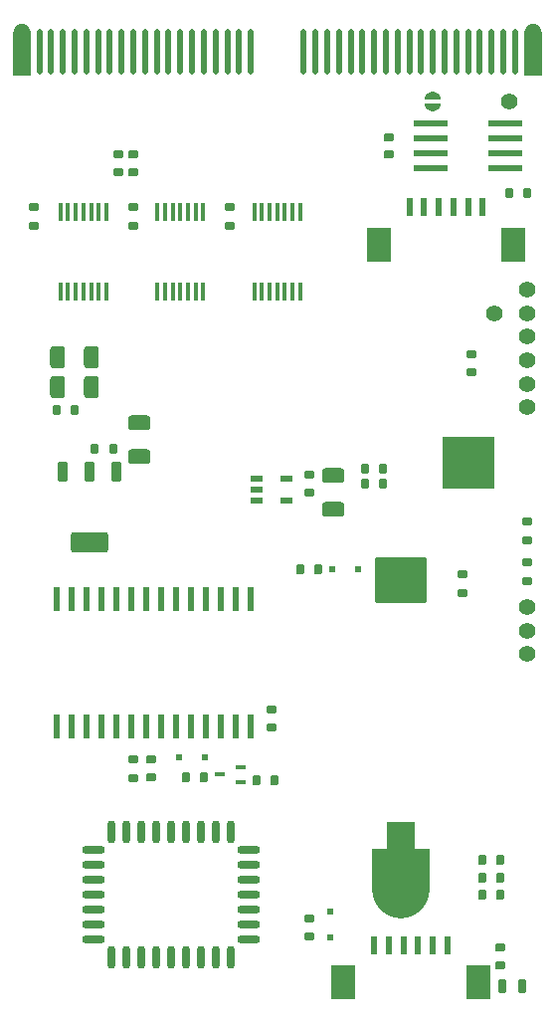
<source format=gbr>
G04 DipTrace 4.3.0.5*
G04 TopPaste.gbr*
%MOIN*%
G04 #@! TF.FileFunction,Paste,Top*
G04 #@! TF.Part,Single*
%AMOUTLINE2*
4,1,28,
-0.04121,0.076772,
0.04121,0.076772,
0.042863,0.076554,
0.044283,0.075966,
0.045502,0.07503,
0.046438,0.07381,
0.047026,0.07239,
0.047244,0.070737,
0.047244,-0.070737,
0.047026,-0.07239,
0.046438,-0.07381,
0.045502,-0.07503,
0.044283,-0.075966,
0.042863,-0.076554,
0.04121,-0.076772,
-0.04121,-0.076772,
-0.042863,-0.076554,
-0.044283,-0.075966,
-0.045502,-0.07503,
-0.046438,-0.07381,
-0.047026,-0.07239,
-0.047244,-0.070737,
-0.047244,0.070737,
-0.047026,0.07239,
-0.046438,0.07381,
-0.045502,0.07503,
-0.044283,0.075966,
-0.042863,0.076554,
-0.04121,0.076772,
0*%
%AMOUTLINE5*
4,1,28,
-0.08058,0.076772,
0.08058,0.076772,
0.082233,0.076554,
0.083653,0.075966,
0.084872,0.07503,
0.085808,0.07381,
0.086397,0.07239,
0.086614,0.070737,
0.086614,-0.070737,
0.086397,-0.07239,
0.085808,-0.07381,
0.084872,-0.07503,
0.083653,-0.075966,
0.082233,-0.076554,
0.08058,-0.076772,
-0.08058,-0.076772,
-0.082233,-0.076554,
-0.083653,-0.075966,
-0.084872,-0.07503,
-0.085808,-0.07381,
-0.086397,-0.07239,
-0.086614,-0.070737,
-0.086614,0.070737,
-0.086397,0.07239,
-0.085808,0.07381,
-0.084872,0.07503,
-0.083653,0.075966,
-0.082233,0.076554,
-0.08058,0.076772,
0*%
%AMOUTLINE8*
4,1,28,
0.016339,0.007351,
0.016339,-0.007351,
0.016134,-0.008902,
0.015585,-0.010228,
0.014712,-0.011366,
0.013574,-0.012239,
0.012249,-0.012788,
0.010698,-0.012992,
-0.010698,-0.012992,
-0.012249,-0.012788,
-0.013574,-0.012239,
-0.014712,-0.011366,
-0.015585,-0.010228,
-0.016134,-0.008902,
-0.016339,-0.007351,
-0.016339,0.007351,
-0.016134,0.008902,
-0.015585,0.010228,
-0.014712,0.011366,
-0.013574,0.012239,
-0.012249,0.012788,
-0.010698,0.012992,
0.010698,0.012992,
0.012249,0.012788,
0.013574,0.012239,
0.014712,0.011366,
0.015585,0.010228,
0.016134,0.008902,
0.016339,0.007351,
0*%
%AMOUTLINE11*
4,1,28,
-0.016339,-0.007351,
-0.016339,0.007351,
-0.016134,0.008902,
-0.015585,0.010228,
-0.014712,0.011366,
-0.013574,0.012239,
-0.012249,0.012788,
-0.010698,0.012992,
0.010698,0.012992,
0.012249,0.012788,
0.013574,0.012239,
0.014712,0.011366,
0.015585,0.010228,
0.016134,0.008902,
0.016339,0.007351,
0.016339,-0.007351,
0.016134,-0.008902,
0.015585,-0.010228,
0.014712,-0.011366,
0.013574,-0.012239,
0.012249,-0.012788,
0.010698,-0.012992,
-0.010698,-0.012992,
-0.012249,-0.012788,
-0.013574,-0.012239,
-0.014712,-0.011366,
-0.015585,-0.010228,
-0.016134,-0.008902,
-0.016339,-0.007351,
0*%
%AMOUTLINE14*
4,1,28,
0.016997,-0.03563,
-0.016997,-0.03563,
-0.01916,-0.035345,
-0.021054,-0.03456,
-0.022682,-0.033312,
-0.02393,-0.031684,
-0.024715,-0.029789,
-0.025,-0.027627,
-0.025,0.027627,
-0.024715,0.029789,
-0.02393,0.031684,
-0.022682,0.033312,
-0.021054,0.03456,
-0.01916,0.035345,
-0.016997,0.03563,
0.016997,0.03563,
0.01916,0.035345,
0.021054,0.03456,
0.022682,0.033312,
0.02393,0.031684,
0.024715,0.029789,
0.025,0.027627,
0.025,-0.027627,
0.024715,-0.029789,
0.02393,-0.031684,
0.022682,-0.033312,
0.021054,-0.03456,
0.01916,-0.035345,
0.016997,-0.03563,
0*%
%AMOUTLINE17*
4,1,28,
-0.016997,0.03563,
0.016997,0.03563,
0.01916,0.035345,
0.021054,0.03456,
0.022682,0.033312,
0.02393,0.031684,
0.024715,0.029789,
0.025,0.027627,
0.025,-0.027627,
0.024715,-0.029789,
0.02393,-0.031684,
0.022682,-0.033312,
0.021054,-0.03456,
0.01916,-0.035345,
0.016997,-0.03563,
-0.016997,-0.03563,
-0.01916,-0.035345,
-0.021054,-0.03456,
-0.022682,-0.033312,
-0.02393,-0.031684,
-0.024715,-0.029789,
-0.025,-0.027627,
-0.025,0.027627,
-0.024715,0.029789,
-0.02393,0.031684,
-0.022682,0.033312,
-0.021054,0.03456,
-0.01916,0.035345,
-0.016997,0.03563,
0*%
%AMOUTLINE20*
4,1,28,
0.007351,-0.016339,
-0.007351,-0.016339,
-0.008902,-0.016134,
-0.010228,-0.015585,
-0.011366,-0.014712,
-0.012239,-0.013574,
-0.012788,-0.012249,
-0.012992,-0.010698,
-0.012992,0.010698,
-0.012788,0.012249,
-0.012239,0.013574,
-0.011366,0.014712,
-0.010228,0.015585,
-0.008902,0.016134,
-0.007351,0.016339,
0.007351,0.016339,
0.008902,0.016134,
0.010228,0.015585,
0.011366,0.014712,
0.012239,0.013574,
0.012788,0.012249,
0.012992,0.010698,
0.012992,-0.010698,
0.012788,-0.012249,
0.012239,-0.013574,
0.011366,-0.014712,
0.010228,-0.015585,
0.008902,-0.016134,
0.007351,-0.016339,
0*%
%AMOUTLINE23*
4,1,28,
-0.007351,0.016339,
0.007351,0.016339,
0.008902,0.016134,
0.010228,0.015585,
0.011366,0.014712,
0.012239,0.013574,
0.012788,0.012249,
0.012992,0.010698,
0.012992,-0.010698,
0.012788,-0.012249,
0.012239,-0.013574,
0.011366,-0.014712,
0.010228,-0.015585,
0.008902,-0.016134,
0.007351,-0.016339,
-0.007351,-0.016339,
-0.008902,-0.016134,
-0.010228,-0.015585,
-0.011366,-0.014712,
-0.012239,-0.013574,
-0.012788,-0.012249,
-0.012992,-0.010698,
-0.012992,0.010698,
-0.012788,0.012249,
-0.012239,0.013574,
-0.011366,0.014712,
-0.010228,0.015585,
-0.008902,0.016134,
-0.007351,0.016339,
0*%
%AMOUTLINE26*
4,1,28,
0.035629,0.016998,
0.03563,-0.016996,
0.035346,-0.019159,
0.034561,-0.021054,
0.033312,-0.022681,
0.031685,-0.02393,
0.02979,-0.024715,
0.027628,-0.024999,
-0.027626,-0.025001,
-0.029789,-0.024716,
-0.031684,-0.023931,
-0.033311,-0.022683,
-0.03456,-0.021055,
-0.035345,-0.01916,
-0.035629,-0.016998,
-0.03563,0.016996,
-0.035346,0.019159,
-0.034561,0.021054,
-0.033312,0.022681,
-0.031685,0.02393,
-0.02979,0.024715,
-0.027628,0.024999,
0.027626,0.025001,
0.029789,0.024716,
0.031684,0.023931,
0.033311,0.022683,
0.03456,0.021055,
0.035345,0.01916,
0.035629,0.016998,
0*%
%AMOUTLINE29*
4,1,28,
-0.035629,-0.016998,
-0.03563,0.016996,
-0.035346,0.019159,
-0.034561,0.021054,
-0.033312,0.022681,
-0.031685,0.02393,
-0.02979,0.024715,
-0.027628,0.024999,
0.027626,0.025001,
0.029789,0.024716,
0.031684,0.023931,
0.033311,0.022683,
0.03456,0.021055,
0.035345,0.01916,
0.035629,0.016998,
0.03563,-0.016996,
0.035346,-0.019159,
0.034561,-0.021054,
0.033312,-0.022681,
0.031685,-0.02393,
0.02979,-0.024715,
0.027628,-0.024999,
-0.027626,-0.025001,
-0.029789,-0.024716,
-0.031684,-0.023931,
-0.033311,-0.022683,
-0.03456,-0.021055,
-0.035345,-0.01916,
-0.035629,-0.016998,
0*%
%AMOUTLINE32*
4,1,28,
0.009843,0.005776,
0.009843,-0.005776,
0.009692,-0.00692,
0.0093,-0.007866,
0.008677,-0.008677,
0.007866,-0.0093,
0.00692,-0.009692,
0.005776,-0.009843,
-0.005776,-0.009843,
-0.00692,-0.009692,
-0.007866,-0.0093,
-0.008677,-0.008677,
-0.0093,-0.007866,
-0.009692,-0.00692,
-0.009843,-0.005776,
-0.009843,0.005776,
-0.009692,0.00692,
-0.0093,0.007866,
-0.008677,0.008677,
-0.007866,0.0093,
-0.00692,0.009692,
-0.005776,0.009843,
0.005776,0.009843,
0.00692,0.009692,
0.007866,0.0093,
0.008677,0.008677,
0.0093,0.007866,
0.009692,0.00692,
0.009843,0.005776,
0*%
%AMOUTLINE35*
4,1,28,
-0.009843,-0.005776,
-0.009843,0.005776,
-0.009692,0.00692,
-0.0093,0.007866,
-0.008677,0.008677,
-0.007866,0.0093,
-0.00692,0.009692,
-0.005776,0.009843,
0.005776,0.009843,
0.00692,0.009692,
0.007866,0.0093,
0.008677,0.008677,
0.0093,0.007866,
0.009692,0.00692,
0.009843,0.005776,
0.009843,-0.005776,
0.009692,-0.00692,
0.0093,-0.007866,
0.008677,-0.008677,
0.007866,-0.0093,
0.00692,-0.009692,
0.005776,-0.009843,
-0.005776,-0.009843,
-0.00692,-0.009692,
-0.007866,-0.0093,
-0.008677,-0.008677,
-0.0093,-0.007866,
-0.009692,-0.00692,
-0.009843,-0.005776,
0*%
%AMOUTLINE38*
4,1,28,
-0.005777,0.009842,
0.005776,0.009843,
0.00692,0.009692,
0.007865,0.009301,
0.008677,0.008678,
0.0093,0.007866,
0.009692,0.00692,
0.009842,0.005777,
0.009843,-0.005776,
0.009692,-0.00692,
0.009301,-0.007865,
0.008678,-0.008677,
0.007866,-0.0093,
0.00692,-0.009692,
0.005777,-0.009842,
-0.005776,-0.009843,
-0.00692,-0.009692,
-0.007865,-0.009301,
-0.008677,-0.008678,
-0.0093,-0.007866,
-0.009692,-0.00692,
-0.009842,-0.005777,
-0.009843,0.005776,
-0.009692,0.00692,
-0.009301,0.007865,
-0.008678,0.008677,
-0.007866,0.0093,
-0.00692,0.009692,
-0.005777,0.009842,
0*%
%AMOUTLINE41*
4,1,28,
0.005777,-0.009842,
-0.005776,-0.009843,
-0.00692,-0.009692,
-0.007865,-0.009301,
-0.008677,-0.008678,
-0.0093,-0.007866,
-0.009692,-0.00692,
-0.009842,-0.005777,
-0.009843,0.005776,
-0.009692,0.00692,
-0.009301,0.007865,
-0.008678,0.008677,
-0.007866,0.0093,
-0.00692,0.009692,
-0.005777,0.009842,
0.005776,0.009843,
0.00692,0.009692,
0.007865,0.009301,
0.008677,0.008678,
0.0093,0.007866,
0.009692,0.00692,
0.009842,0.005777,
0.009843,-0.005776,
0.009692,-0.00692,
0.009301,-0.007865,
0.008678,-0.008677,
0.007866,-0.0093,
0.00692,-0.009692,
0.005777,-0.009842,
0*%
%AMOUTLINE44*
4,1,28,
0.007352,-0.023228,
-0.007351,-0.023229,
-0.008902,-0.023024,
-0.010227,-0.022475,
-0.011365,-0.021602,
-0.012239,-0.020464,
-0.012787,-0.019139,
-0.012992,-0.017588,
-0.012993,0.017587,
-0.012788,0.019138,
-0.012239,0.020464,
-0.011366,0.021602,
-0.010228,0.022475,
-0.008903,0.023024,
-0.007352,0.023228,
0.007351,0.023229,
0.008902,0.023024,
0.010227,0.022475,
0.011365,0.021602,
0.012239,0.020464,
0.012787,0.019139,
0.012992,0.017588,
0.012993,-0.017587,
0.012788,-0.019138,
0.012239,-0.020464,
0.011366,-0.021602,
0.010228,-0.022475,
0.008903,-0.023024,
0.007352,-0.023228,
0*%
%AMOUTLINE47*
4,1,28,
-0.007352,0.023228,
0.007351,0.023229,
0.008902,0.023024,
0.010227,0.022475,
0.011365,0.021602,
0.012239,0.020464,
0.012787,0.019139,
0.012992,0.017588,
0.012993,-0.017587,
0.012788,-0.019138,
0.012239,-0.020464,
0.011366,-0.021602,
0.010228,-0.022475,
0.008903,-0.023024,
0.007352,-0.023228,
-0.007351,-0.023229,
-0.008902,-0.023024,
-0.010227,-0.022475,
-0.011365,-0.021602,
-0.012239,-0.020464,
-0.012787,-0.019139,
-0.012992,-0.017588,
-0.012993,0.017587,
-0.012788,0.019138,
-0.012239,0.020464,
-0.011366,0.021602,
-0.010228,0.022475,
-0.008903,0.023024,
-0.007352,0.023228,
0*%
%AMOUTLINE50*
4,1,15,
0.028543,-0.086614,
-0.028543,-0.086614,
-0.028543,0.057942,
-0.027554,0.065454,
-0.024705,0.072334,
-0.020171,0.078242,
-0.014263,0.082775,
-0.007383,0.085625,
0.0,0.086597,
0.007383,0.085625,
0.014263,0.082775,
0.020171,0.078242,
0.024705,0.072334,
0.027554,0.065454,
0.028543,0.057942,
0.028543,-0.086614,
0*%
%AMOUTLINE53*
4,1,28,
-0.03563,-0.006564,
-0.03563,0.006564,
-0.035439,0.008013,
-0.03493,0.009243,
-0.034119,0.0103,
-0.033062,0.011111,
-0.031832,0.01162,
-0.030383,0.011811,
0.030383,0.011811,
0.031832,0.01162,
0.033062,0.011111,
0.034119,0.0103,
0.03493,0.009243,
0.035439,0.008013,
0.03563,0.006564,
0.03563,-0.006564,
0.035439,-0.008013,
0.03493,-0.009243,
0.034119,-0.0103,
0.033062,-0.011111,
0.031832,-0.01162,
0.030383,-0.011811,
-0.030383,-0.011811,
-0.031832,-0.01162,
-0.033062,-0.011111,
-0.034119,-0.0103,
-0.03493,-0.009243,
-0.035439,-0.008013,
-0.03563,-0.006564,
0*%
%AMOUTLINE56*
4,1,28,
0.006564,-0.03563,
-0.006564,-0.03563,
-0.008013,-0.035439,
-0.009243,-0.03493,
-0.0103,-0.034119,
-0.011111,-0.033062,
-0.01162,-0.031832,
-0.011811,-0.030383,
-0.011811,0.030383,
-0.01162,0.031832,
-0.011111,0.033062,
-0.0103,0.034119,
-0.009243,0.03493,
-0.008013,0.035439,
-0.006564,0.03563,
0.006564,0.03563,
0.008013,0.035439,
0.009243,0.03493,
0.0103,0.034119,
0.011111,0.033062,
0.01162,0.031832,
0.011811,0.030383,
0.011811,-0.030383,
0.01162,-0.031832,
0.011111,-0.033062,
0.0103,-0.034119,
0.009243,-0.03493,
0.008013,-0.035439,
0.006564,-0.03563,
0*%
%AMOUTLINE59*
4,1,28,
0.03563,0.006564,
0.03563,-0.006564,
0.035439,-0.008013,
0.03493,-0.009243,
0.034119,-0.0103,
0.033062,-0.011111,
0.031832,-0.01162,
0.030383,-0.011811,
-0.030383,-0.011811,
-0.031832,-0.01162,
-0.033062,-0.011111,
-0.034119,-0.0103,
-0.03493,-0.009243,
-0.035439,-0.008013,
-0.03563,-0.006564,
-0.03563,0.006564,
-0.035439,0.008013,
-0.03493,0.009243,
-0.034119,0.0103,
-0.033062,0.011111,
-0.031832,0.01162,
-0.030383,0.011811,
0.030383,0.011811,
0.031832,0.01162,
0.033062,0.011111,
0.034119,0.0103,
0.03493,0.009243,
0.035439,0.008013,
0.03563,0.006564,
0*%
%AMOUTLINE62*
4,1,28,
-0.006564,0.03563,
0.006564,0.03563,
0.008013,0.035439,
0.009243,0.03493,
0.0103,0.034119,
0.011111,0.033062,
0.01162,0.031832,
0.011811,0.030383,
0.011811,-0.030383,
0.01162,-0.031832,
0.011111,-0.033062,
0.0103,-0.034119,
0.009243,-0.03493,
0.008013,-0.035439,
0.006564,-0.03563,
-0.006564,-0.03563,
-0.008013,-0.035439,
-0.009243,-0.03493,
-0.0103,-0.034119,
-0.011111,-0.033062,
-0.01162,-0.031832,
-0.011811,-0.030383,
-0.011811,0.030383,
-0.01162,0.031832,
-0.011111,0.033062,
-0.0103,0.034119,
-0.009243,0.03493,
-0.008013,0.035439,
-0.006564,0.03563,
0*%
%AMOUTLINE65*
4,1,13,
0.027283,-0.012795,
-0.027283,-0.012795,
-0.026604,-0.007635,
-0.023852,-0.000993,
-0.019475,0.004711,
-0.013771,0.009088,
-0.007128,0.01184,
0.0,0.012778,
0.007128,0.01184,
0.013771,0.009088,
0.019475,0.004711,
0.023852,-0.000993,
0.026604,-0.007635,
0.027283,-0.012795,
0*%
%AMOUTLINE68*
4,1,15,
-0.096457,0.116142,
0.096457,0.116142,
0.096457,-0.019556,
0.093154,-0.044645,
0.083519,-0.067905,
0.068193,-0.087878,
0.04822,-0.103204,
0.02496,-0.112839,
0.0,-0.116125,
-0.02496,-0.112839,
-0.04822,-0.103204,
-0.068193,-0.087878,
-0.083519,-0.067905,
-0.093154,-0.044645,
-0.096457,-0.019556,
-0.096457,0.116142,
0*%
%AMOUTLINE71*
4,1,13,
-0.027283,0.012795,
0.027283,0.012795,
0.026604,0.007635,
0.023852,0.000993,
0.019475,-0.004711,
0.013771,-0.009088,
0.007128,-0.01184,
0.0,-0.012778,
-0.007128,-0.01184,
-0.013771,-0.009088,
-0.019475,-0.004711,
-0.023852,0.000993,
-0.026604,0.007635,
-0.027283,0.012795,
0*%
%AMOUTLINE74*
4,1,28,
-0.015551,-0.004792,
-0.015551,0.004792,
-0.015441,0.00563,
-0.015167,0.006291,
-0.014732,0.006858,
-0.014165,0.007293,
-0.013504,0.007567,
-0.012666,0.007677,
0.012666,0.007677,
0.013504,0.007567,
0.014165,0.007293,
0.014732,0.006858,
0.015167,0.006291,
0.015441,0.00563,
0.015551,0.004792,
0.015551,-0.004792,
0.015441,-0.00563,
0.015167,-0.006291,
0.014732,-0.006858,
0.014165,-0.007293,
0.013504,-0.007567,
0.012666,-0.007677,
-0.012666,-0.007677,
-0.013504,-0.007567,
-0.014165,-0.007293,
-0.014732,-0.006858,
-0.015167,-0.006291,
-0.015441,-0.00563,
-0.015551,-0.004792,
0*%
%AMOUTLINE77*
4,1,28,
0.015551,0.004792,
0.015551,-0.004792,
0.015441,-0.00563,
0.015167,-0.006291,
0.014732,-0.006858,
0.014165,-0.007293,
0.013504,-0.007567,
0.012666,-0.007677,
-0.012666,-0.007677,
-0.013504,-0.007567,
-0.014165,-0.007293,
-0.014732,-0.006858,
-0.015167,-0.006291,
-0.015441,-0.00563,
-0.015551,-0.004792,
-0.015551,0.004792,
-0.015441,0.00563,
-0.015167,0.006291,
-0.014732,0.006858,
-0.014165,0.007293,
-0.013504,0.007567,
-0.012666,0.007677,
0.012666,0.007677,
0.013504,0.007567,
0.014165,0.007293,
0.014732,0.006858,
0.015167,0.006291,
0.015441,0.00563,
0.015551,0.004792,
0*%
%AMOUTLINE80*
4,1,28,
0.007745,-0.016338,
-0.007745,-0.016339,
-0.0095,-0.016108,
-0.011015,-0.01548,
-0.012316,-0.014482,
-0.013314,-0.013181,
-0.013942,-0.011666,
-0.014173,-0.009911,
-0.014173,0.00991,
-0.013942,0.011665,
-0.013315,0.01318,
-0.012317,0.014481,
-0.011015,0.01548,
-0.0095,0.016107,
-0.007745,0.016338,
0.007745,0.016339,
0.0095,0.016108,
0.011015,0.01548,
0.012316,0.014482,
0.013314,0.013181,
0.013942,0.011666,
0.014173,0.009911,
0.014173,-0.00991,
0.013942,-0.011665,
0.013315,-0.01318,
0.012317,-0.014481,
0.011015,-0.01548,
0.0095,-0.016107,
0.007745,-0.016338,
0*%
%AMOUTLINE83*
4,1,28,
-0.007745,0.016338,
0.007745,0.016339,
0.0095,0.016108,
0.011015,0.01548,
0.012316,0.014482,
0.013314,0.013181,
0.013942,0.011666,
0.014173,0.009911,
0.014173,-0.00991,
0.013942,-0.011665,
0.013315,-0.01318,
0.012317,-0.014481,
0.011015,-0.01548,
0.0095,-0.016107,
0.007745,-0.016338,
-0.007745,-0.016339,
-0.0095,-0.016108,
-0.011015,-0.01548,
-0.012316,-0.014482,
-0.013314,-0.013181,
-0.013942,-0.011666,
-0.014173,-0.009911,
-0.014173,0.00991,
-0.013942,0.011665,
-0.013315,0.01318,
-0.012317,0.014481,
-0.011015,0.01548,
-0.0095,0.016107,
-0.007745,0.016338,
0*%
%AMOUTLINE86*
4,1,28,
0.016338,0.007746,
0.016339,-0.007744,
0.016108,-0.009499,
0.01548,-0.011014,
0.014482,-0.012316,
0.013181,-0.013314,
0.011666,-0.013942,
0.009911,-0.014173,
-0.00991,-0.014174,
-0.011665,-0.013943,
-0.01318,-0.013315,
-0.014481,-0.012317,
-0.015479,-0.011016,
-0.016107,-0.009501,
-0.016338,-0.007746,
-0.016339,0.007744,
-0.016108,0.009499,
-0.01548,0.011014,
-0.014482,0.012316,
-0.013181,0.013314,
-0.011666,0.013942,
-0.009911,0.014173,
0.00991,0.014174,
0.011665,0.013943,
0.01318,0.013315,
0.014481,0.012317,
0.015479,0.011016,
0.016107,0.009501,
0.016338,0.007746,
0*%
%AMOUTLINE89*
4,1,28,
-0.016338,-0.007746,
-0.016339,0.007744,
-0.016108,0.009499,
-0.01548,0.011014,
-0.014482,0.012316,
-0.013181,0.013314,
-0.011666,0.013942,
-0.009911,0.014173,
0.00991,0.014174,
0.011665,0.013943,
0.01318,0.013315,
0.014481,0.012317,
0.015479,0.011016,
0.016107,0.009501,
0.016338,0.007746,
0.016339,-0.007744,
0.016108,-0.009499,
0.01548,-0.011014,
0.014482,-0.012316,
0.013181,-0.013314,
0.011666,-0.013942,
0.009911,-0.014173,
-0.00991,-0.014174,
-0.011665,-0.013943,
-0.01318,-0.013315,
-0.014481,-0.012317,
-0.015479,-0.011016,
-0.016107,-0.009501,
-0.016338,-0.007746,
0*%
%AMOUTLINE92*
4,1,28,
0.00617,-0.040748,
-0.00617,-0.040748,
-0.007518,-0.040571,
-0.008653,-0.0401,
-0.009628,-0.039352,
-0.010376,-0.038377,
-0.010846,-0.037242,
-0.011024,-0.035895,
-0.011024,0.035895,
-0.010846,0.037242,
-0.010376,0.038377,
-0.009628,0.039352,
-0.008653,0.0401,
-0.007518,0.040571,
-0.00617,0.040748,
0.00617,0.040748,
0.007518,0.040571,
0.008653,0.0401,
0.009628,0.039352,
0.010376,0.038377,
0.010846,0.037242,
0.011024,0.035895,
0.011024,-0.035895,
0.010846,-0.037242,
0.010376,-0.038377,
0.009628,-0.039352,
0.008653,-0.0401,
0.007518,-0.040571,
0.00617,-0.040748,
0*%
%AMOUTLINE95*
4,1,28,
-0.00617,0.040748,
0.00617,0.040748,
0.007518,0.040571,
0.008653,0.0401,
0.009628,0.039352,
0.010376,0.038377,
0.010846,0.037242,
0.011024,0.035895,
0.011024,-0.035895,
0.010846,-0.037242,
0.010376,-0.038377,
0.009628,-0.039352,
0.008653,-0.0401,
0.007518,-0.040571,
0.00617,-0.040748,
-0.00617,-0.040748,
-0.007518,-0.040571,
-0.008653,-0.0401,
-0.009628,-0.039352,
-0.010376,-0.038377,
-0.010846,-0.037242,
-0.011024,-0.035895,
-0.011024,0.035895,
-0.010846,0.037242,
-0.010376,0.038377,
-0.009628,0.039352,
-0.008653,0.0401,
-0.007518,0.040571,
-0.00617,0.040748,
0*%
%AMOUTLINE98*
4,1,28,
0.009517,-0.033661,
-0.009517,-0.033661,
-0.011679,-0.033377,
-0.013574,-0.032592,
-0.015201,-0.031343,
-0.01645,-0.029716,
-0.017235,-0.027821,
-0.01752,-0.025658,
-0.01752,0.025658,
-0.017235,0.027821,
-0.01645,0.029716,
-0.015201,0.031343,
-0.013574,0.032592,
-0.011679,0.033377,
-0.009517,0.033661,
0.009517,0.033661,
0.011679,0.033377,
0.013574,0.032592,
0.015201,0.031343,
0.01645,0.029716,
0.017235,0.027821,
0.01752,0.025658,
0.01752,-0.025658,
0.017235,-0.027821,
0.01645,-0.029716,
0.015201,-0.031343,
0.013574,-0.032592,
0.011679,-0.033377,
0.009517,-0.033661,
0*%
%AMOUTLINE101*
4,1,28,
-0.054005,0.033661,
0.054005,0.033661,
0.056167,0.033377,
0.058062,0.032592,
0.05969,0.031343,
0.060938,0.029716,
0.061723,0.027821,
0.062008,0.025658,
0.062008,-0.025658,
0.061723,-0.027821,
0.060938,-0.029716,
0.05969,-0.031343,
0.058062,-0.032592,
0.056167,-0.033377,
0.054005,-0.033661,
-0.054005,-0.033661,
-0.056167,-0.033377,
-0.058062,-0.032592,
-0.05969,-0.031343,
-0.060938,-0.029716,
-0.061723,-0.027821,
-0.062008,-0.025658,
-0.062008,0.025658,
-0.061723,0.027821,
-0.060938,0.029716,
-0.05969,0.031343,
-0.058062,0.032592,
-0.056167,0.033377,
-0.054005,0.033661,
0*%
%AMOUTLINE104*
4,1,28,
0.020472,0.005776,
0.020472,-0.005776,
0.020322,-0.00692,
0.01993,-0.007866,
0.019307,-0.008677,
0.018495,-0.0093,
0.01755,-0.009692,
0.016406,-0.009843,
-0.016406,-0.009843,
-0.01755,-0.009692,
-0.018495,-0.0093,
-0.019307,-0.008677,
-0.01993,-0.007866,
-0.020322,-0.00692,
-0.020472,-0.005776,
-0.020472,0.005776,
-0.020322,0.00692,
-0.01993,0.007866,
-0.019307,0.008677,
-0.018495,0.0093,
-0.01755,0.009692,
-0.016406,0.009843,
0.016406,0.009843,
0.01755,0.009692,
0.018495,0.0093,
0.019307,0.008677,
0.01993,0.007866,
0.020322,0.00692,
0.020472,0.005776,
0*%
%AMOUTLINE107*
4,1,28,
-0.020472,-0.005776,
-0.020472,0.005776,
-0.020322,0.00692,
-0.01993,0.007866,
-0.019307,0.008677,
-0.018495,0.0093,
-0.01755,0.009692,
-0.016406,0.009843,
0.016406,0.009843,
0.01755,0.009692,
0.018495,0.0093,
0.019307,0.008677,
0.01993,0.007866,
0.020322,0.00692,
0.020472,0.005776,
0.020472,-0.005776,
0.020322,-0.00692,
0.01993,-0.007866,
0.019307,-0.008677,
0.018495,-0.0093,
0.01755,-0.009692,
0.016406,-0.009843,
-0.016406,-0.009843,
-0.01755,-0.009692,
-0.018495,-0.0093,
-0.019307,-0.008677,
-0.01993,-0.007866,
-0.020322,-0.00692,
-0.020472,-0.005776,
0*%
%AMOUTLINE110*
4,1,28,
0.004202,-0.029134,
-0.004202,-0.029134,
-0.00504,-0.029024,
-0.0057,-0.02875,
-0.006267,-0.028315,
-0.006703,-0.027747,
-0.006976,-0.027087,
-0.007087,-0.026249,
-0.007087,0.026249,
-0.006976,0.027087,
-0.006703,0.027747,
-0.006267,0.028315,
-0.0057,0.02875,
-0.00504,0.029024,
-0.004202,0.029134,
0.004202,0.029134,
0.00504,0.029024,
0.0057,0.02875,
0.006267,0.028315,
0.006703,0.027747,
0.006976,0.027087,
0.007087,0.026249,
0.007087,-0.026249,
0.006976,-0.027087,
0.006703,-0.027747,
0.006267,-0.028315,
0.0057,-0.02875,
0.00504,-0.029024,
0.004202,-0.029134,
0*%
%AMOUTLINE113*
4,1,28,
-0.004202,0.029134,
0.004202,0.029134,
0.00504,0.029024,
0.0057,0.02875,
0.006267,0.028315,
0.006703,0.027747,
0.006976,0.027087,
0.007087,0.026249,
0.007087,-0.026249,
0.006976,-0.027087,
0.006703,-0.027747,
0.006267,-0.028315,
0.0057,-0.02875,
0.00504,-0.029024,
0.004202,-0.029134,
-0.004202,-0.029134,
-0.00504,-0.029024,
-0.0057,-0.02875,
-0.006267,-0.028315,
-0.006703,-0.027747,
-0.006976,-0.027087,
-0.007087,-0.026249,
-0.007087,0.026249,
-0.006976,0.027087,
-0.006703,0.027747,
-0.006267,0.028315,
-0.0057,0.02875,
-0.00504,0.029024,
-0.004202,0.029134,
0*%
%AMOUTLINE116*
4,1,28,
0.057086,0.005778,
0.057087,-0.005775,
0.056936,-0.006919,
0.056545,-0.007864,
0.055922,-0.008676,
0.05511,-0.009299,
0.054164,-0.009691,
0.053021,-0.009841,
-0.05302,-0.009844,
-0.054164,-0.009693,
-0.055109,-0.009302,
-0.055921,-0.008679,
-0.056544,-0.007867,
-0.056936,-0.006921,
-0.057086,-0.005778,
-0.057087,0.005775,
-0.056936,0.006919,
-0.056545,0.007864,
-0.055922,0.008676,
-0.05511,0.009299,
-0.054164,0.009691,
-0.053021,0.009841,
0.05302,0.009844,
0.054164,0.009693,
0.055109,0.009302,
0.055921,0.008679,
0.056544,0.007867,
0.056936,0.006921,
0.057086,0.005778,
0*%
%AMOUTLINE119*
4,1,28,
-0.057086,-0.005778,
-0.057087,0.005775,
-0.056936,0.006919,
-0.056545,0.007864,
-0.055922,0.008676,
-0.05511,0.009299,
-0.054164,0.009691,
-0.053021,0.009841,
0.05302,0.009844,
0.054164,0.009693,
0.055109,0.009302,
0.055921,0.008679,
0.056544,0.007867,
0.056936,0.006921,
0.057086,0.005778,
0.057087,-0.005775,
0.056936,-0.006919,
0.056545,-0.007864,
0.055922,-0.008676,
0.05511,-0.009299,
0.054164,-0.009691,
0.053021,-0.009841,
-0.05302,-0.009844,
-0.054164,-0.009693,
-0.055109,-0.009302,
-0.055921,-0.008679,
-0.056544,-0.007867,
-0.056936,-0.006921,
-0.057086,-0.005778,
0*%
%ADD31R,0.173228X0.173228*%
%ADD33R,0.003937X0.059055*%
%ADD35R,0.059055X0.003937*%
%ADD37C,0.055118*%
%ADD39R,0.07874X0.114173*%
%ADD41R,0.019685X0.062992*%
%ADD43O,0.017717X0.153543*%
%ADD53OUTLINE2*%
%ADD56OUTLINE5*%
%ADD59OUTLINE8*%
%ADD62OUTLINE11*%
%ADD65OUTLINE14*%
%ADD68OUTLINE17*%
%ADD71OUTLINE20*%
%ADD74OUTLINE23*%
%ADD77OUTLINE26*%
%ADD80OUTLINE29*%
%ADD83OUTLINE32*%
%ADD86OUTLINE35*%
%ADD89OUTLINE38*%
%ADD92OUTLINE41*%
%ADD95OUTLINE44*%
%ADD98OUTLINE47*%
%ADD101OUTLINE50*%
%ADD104OUTLINE53*%
%ADD107OUTLINE56*%
%ADD110OUTLINE59*%
%ADD113OUTLINE62*%
%ADD116OUTLINE65*%
%ADD119OUTLINE68*%
%ADD122OUTLINE71*%
%ADD125OUTLINE74*%
%ADD128OUTLINE77*%
%ADD131OUTLINE80*%
%ADD134OUTLINE83*%
%ADD137OUTLINE86*%
%ADD140OUTLINE89*%
%ADD143OUTLINE92*%
%ADD146OUTLINE95*%
%ADD149OUTLINE98*%
%ADD152OUTLINE101*%
%ADD155OUTLINE104*%
%ADD158OUTLINE107*%
%ADD161OUTLINE110*%
%ADD164OUTLINE113*%
%ADD167OUTLINE116*%
%ADD170OUTLINE119*%
%FSLAX26Y26*%
G04*
G70*
G90*
G75*
G01*
G04 TopPaste*
%LPD*%
D53*
X1870079Y1279528D3*
D56*
Y2165354D3*
D59*
X1437008Y1733661D3*
D62*
Y1671850D3*
D65*
X833661Y2814961D3*
D68*
X721457D3*
D65*
X833661Y2913386D3*
D68*
X721457D3*
D71*
X778937Y2736220D3*
D74*
X717126D3*
D77*
X994093Y2693898D3*
D80*
X994096Y2581693D3*
D71*
X906890Y2608268D3*
D74*
X845079D3*
D80*
X1643701Y2404528D3*
D77*
Y2516732D3*
D62*
X1564961Y2459252D3*
D59*
Y2521063D3*
D62*
X2293308Y2163976D3*
D59*
X2293307Y2225787D3*
D74*
X1750591Y2490157D3*
D71*
X1812402D3*
D62*
X2293308Y2301772D3*
D59*
X2293307Y2363583D3*
D74*
X1750591Y2539370D3*
D71*
X1812402D3*
D62*
X2076772Y2124606D3*
D59*
Y2186417D3*
X2106299Y2924606D3*
D62*
Y2862795D3*
X1299213Y3354921D3*
D59*
Y3416732D3*
D62*
X974409Y3354921D3*
D59*
Y3416732D3*
D62*
X639764Y3354921D3*
D59*
Y3416732D3*
D74*
X2232874Y3464566D3*
D71*
X2294685Y3464568D3*
D59*
X1564961Y1034843D3*
D62*
Y973031D3*
X925197Y3532087D3*
D59*
X925196Y3593898D3*
D62*
X974410Y1504528D3*
D59*
X974409Y1566339D3*
D83*
X1633858Y1057087D3*
D86*
Y970472D3*
D89*
X1639764Y2204723D3*
D92*
X1726378Y2204726D3*
D89*
X1127953Y1574802D3*
D92*
X1214567Y1574805D3*
D95*
X2278937Y807087D3*
D98*
X2209252Y807086D3*
D101*
X600394Y3941929D3*
D43*
X620079Y3937008D3*
X659449D3*
X698819D3*
X738189D3*
X777559D3*
X816929D3*
X856299D3*
X895669D3*
X935039D3*
X974409D3*
X1013780D3*
X1053150D3*
X1092520D3*
X1131890D3*
X1171260D3*
X1210630D3*
X1250000D3*
X1289370D3*
X1328740D3*
X1368110D3*
X1545276D3*
X1584646D3*
X1624016D3*
X1663386D3*
X1702756D3*
X1742126D3*
X1781496D3*
X1820866D3*
X1860236D3*
X1899606D3*
X1938976D3*
X1978346D3*
X2017717D3*
X2057087D3*
X2096457D3*
X2135827D3*
X2175197D3*
X2214567D3*
X2253937D3*
X2293307D3*
D101*
X2312992Y3941929D3*
D104*
X1362205Y1112205D3*
Y1162205D3*
Y1212205D3*
Y1262205D3*
D107*
X1302362Y1322047D3*
X1252362D3*
X1202362D3*
X1152362D3*
X1102362D3*
X1052362D3*
X1002362D3*
X952362D3*
X902362D3*
D110*
X842520Y1262205D3*
Y1212205D3*
Y1162205D3*
Y1112205D3*
Y1062205D3*
Y1012205D3*
Y962205D3*
D113*
X902362Y902362D3*
X952362D3*
X1002362D3*
X1052362D3*
X1102362D3*
X1152362D3*
X1202362D3*
X1252362D3*
X1302362D3*
D104*
X1362205Y962205D3*
Y1012205D3*
Y1062205D3*
D41*
X1781496Y944882D3*
X1830709D3*
D39*
X1679134Y818898D3*
X2129921D3*
D41*
X1879921Y944882D3*
X1929134D3*
X1978346D3*
X2027559D3*
X1899606Y3415354D3*
X1948819D3*
D39*
X1797244Y3289370D3*
X2248031D3*
D41*
X1998031Y3415354D3*
X2047244D3*
X2096457D3*
X2145669D3*
D116*
X1978346Y3789370D3*
D37*
X2293307Y2982283D3*
Y2903543D3*
Y2824803D3*
Y3139764D3*
X2185039Y3061024D3*
X2293307Y2746063D3*
Y1998031D3*
Y1919291D3*
D119*
X1870079Y1151575D3*
D37*
X2293307Y2076772D3*
D122*
X1978346Y3750000D3*
D37*
X2234252Y3769685D3*
X2293307Y3061024D3*
D125*
X1335630Y1490157D3*
Y1541339D3*
D128*
X1262795Y1515748D3*
D131*
X1594685Y2204725D3*
D134*
X1535236Y2204724D3*
X2145472Y1112205D3*
D131*
X2204921D3*
D134*
X2145472Y1171260D3*
D131*
X2204921D3*
D134*
X2145472Y1230315D3*
D131*
X2204921D3*
D137*
X974408Y3592717D3*
D140*
X974411Y3533268D3*
D137*
X1830708Y3651772D3*
D140*
X1830709Y3592323D3*
D134*
X1387598Y1496062D3*
D131*
X1447047Y1496064D3*
X1210827Y1505907D3*
D134*
X1151378Y1505904D3*
D137*
X1033464Y1565157D3*
D140*
X1033465Y1505709D3*
X2204725Y875787D3*
D137*
X2204724Y935236D3*
D35*
X1931102Y2677165D3*
Y2661417D3*
Y2645669D3*
Y2629921D3*
Y2614173D3*
Y2598425D3*
Y2582677D3*
Y2566929D3*
Y2551181D3*
Y2535433D3*
Y2519685D3*
Y2503937D3*
Y2488189D3*
Y2472441D3*
Y2456693D3*
Y2440945D3*
D33*
X1978346Y2393701D3*
X1994094D3*
X2009843D3*
X2025591D3*
X2041339D3*
X2057087D3*
X2072835D3*
X2088583D3*
X2104331D3*
X2120079D3*
X2135827D3*
X2151575D3*
X2167323D3*
X2183071D3*
X2198819D3*
X2214567D3*
D35*
X2261811Y2440945D3*
Y2456693D3*
Y2472441D3*
Y2488189D3*
Y2503937D3*
Y2519685D3*
Y2535433D3*
Y2551181D3*
Y2566929D3*
Y2582677D3*
Y2598425D3*
Y2614173D3*
Y2629921D3*
Y2645669D3*
Y2661417D3*
Y2677165D3*
D33*
X2214567Y2724409D3*
X2198819D3*
X2183071D3*
X2167323D3*
X2151575D3*
X2135827D3*
X2120079D3*
X2104331D3*
X2088583D3*
X2072835D3*
X2057087D3*
X2041339D3*
X2025591D3*
X2009843D3*
X1994094D3*
X1978346D3*
D31*
X2096457Y2559055D3*
D143*
X1368307Y2102165D3*
X1318307D3*
X1268307D3*
X1218307D3*
X1168307D3*
X1118307D3*
X1068307D3*
X1018307D3*
X968307D3*
X918307D3*
X868307D3*
X818307D3*
X768307D3*
X718307D3*
D146*
Y1677362D3*
X768307D3*
X818307D3*
X868307D3*
X918307D3*
X968307D3*
X1018307D3*
X1068307D3*
X1118307D3*
X1168307D3*
X1218307D3*
X1268307D3*
X1318307D3*
X1368307D3*
D149*
X917323Y2529724D3*
X826772D3*
X736220D3*
D152*
X826772Y2293110D3*
D155*
X1387992Y2507874D3*
Y2470472D3*
Y2433071D3*
D158*
X1486024D3*
Y2507874D3*
D161*
X883858Y3400591D3*
X858268D3*
X832677D3*
X807087D3*
X781496D3*
X755906D3*
X730315D3*
D164*
Y3134843D3*
X755906D3*
X781496D3*
X807087D3*
X832677D3*
X858268D3*
X883858D3*
D161*
X1208661Y3400591D3*
X1183071D3*
X1157480D3*
X1131890D3*
X1106299D3*
X1080709D3*
X1055118D3*
D164*
Y3134843D3*
X1080709D3*
X1106299D3*
X1131890D3*
X1157480D3*
X1183071D3*
X1208661D3*
D161*
X1533465Y3400591D3*
X1507874D3*
X1482283D3*
X1456693D3*
X1431102D3*
X1405512D3*
X1379921D3*
D164*
Y3134843D3*
X1405512D3*
X1431102D3*
X1456693D3*
X1482283D3*
X1507874D3*
X1533465D3*
D167*
X1970471Y3697044D3*
X1970472Y3647044D3*
X1970473Y3597044D3*
X1970474Y3547044D3*
D170*
X2222443Y3547050D3*
X2222441Y3597050D3*
X2222440Y3647050D3*
X2222439Y3697050D3*
M02*

</source>
